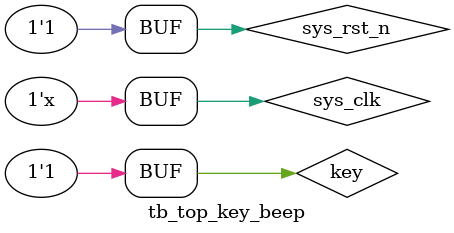
<source format=v>
`timescale 1 ns/ 1 ns
module tb_top_key_beep();

//parameter define
parameter T = 20;

//reg define
reg  key;
reg  sys_clk;
reg  sys_rst_n;
reg  key_value;

// wire define                                               
wire beep;

//*****************************************************
//**                    main code                  
//*****************************************************

//¸øÐÅºÅ³õÊ¼Öµ
initial begin
    key                          <= 1'b1;
    sys_clk                      <= 1'b0;
    sys_rst_n                    <= 1'b0; 
    #20           sys_rst_n      <= 1'b1;  //ÔÚµÚ20nsµÄÊ±ºò¸´Î»ÐÅºÅÐÅºÅÀ­¸ß 
    #30           key            <= 1'b0;  //ÔÚµÚ50nsµÄÊ±ºò°´ÏÂ°´¼ü
    #20           key            <= 1'b1;  //Ä£Äâ¶¶¶¯
    #20           key            <= 1'b0;  //Ä£Äâ¶¶¶¯
    #20           key            <= 1'b1;  //Ä£Äâ¶¶¶¯
    #20           key            <= 1'b0;  //Ä£Äâ¶¶¶¯
    #170          key            <= 1'b1;  //ÔÚµÚ300nsµÄÊ±ºòËÉ¿ª°´¼ü
    #20           key            <= 1'b0;  //Ä£Äâ¶¶¶¯
    #20           key            <= 1'b1;  //Ä£Äâ¶¶¶¯
    #20           key            <= 1'b0;  //Ä£Äâ¶¶¶¯
    #20           key            <= 1'b1;  //Ä£Äâ¶¶¶¯
    #170          key            <= 1'b0;  //ÔÚµÚ550nsµÄÊ±ºòÔÙ´Î°´ÏÂ°´¼ü
    #20           key            <= 1'b1;  //Ä£Äâ¶¶¶¯
    #20           key            <= 1'b0;  //Ä£Äâ¶¶¶¯
    #20           key            <= 1'b1;  //Ä£Äâ¶¶¶¯
    #20           key            <= 1'b0;  //Ä£Äâ¶¶¶¯
    #170          key            <= 1'b1;  //ÔÚµÚ800nsµÄÊ±ºòËÉ¿ª°´¼ü
    #20           key            <= 1'b0;  //Ä£Äâ¶¶¶¯
    #20           key            <= 1'b1;  //Ä£Äâ¶¶¶¯
    #20           key            <= 1'b0;  //Ä£Äâ¶¶¶¯
    #20           key            <= 1'b1;  //Ä£Äâ¶¶¶¯
end

//50MhzµÄÊ±ÖÓ£¬ÖÜÆÚÔòÎª1/50Mhz=20ns,ËùÒÔÃ¿10ns£¬µçÆ½È¡·´Ò»´Î  
 always # (T/2) sys_clk <= ~sys_clk;

//Àý»¯key_beepÄ£¿é                        
top_key_beep u1 (
	.beep(beep),
	.key(key),
	.sys_clk(sys_clk),
	.sys_rst_n(sys_rst_n)
);           
                                       
endmodule

</source>
